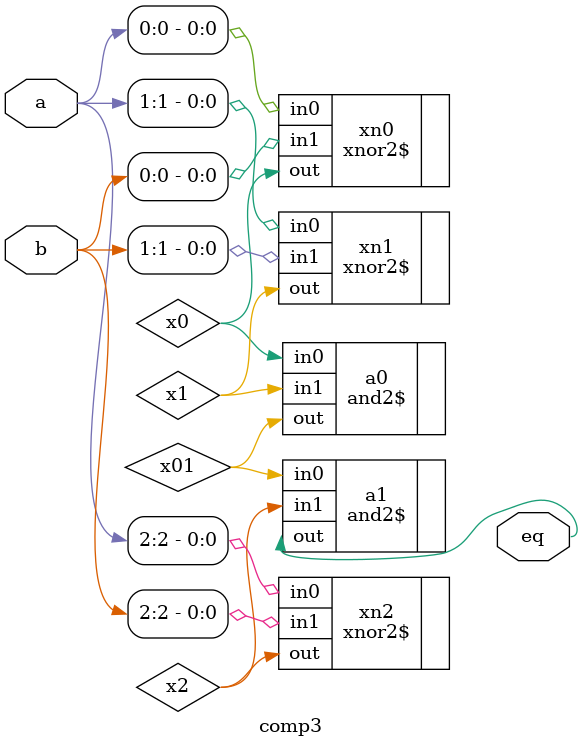
<source format=v>
module comp3(
    input [2:0] a,
    input [2:0] b,
    output eq
);
    wire x0, x1, x2;
    xnor2$ xn0(.out(x0), .in0(a[0]), .in1(b[0]));
    xnor2$ xn1(.out(x1), .in0(a[1]), .in1(b[1]));
    xnor2$ xn2(.out(x2), .in0(a[2]), .in1(b[2]));
    
    wire x01;
    and2$ a0(.out(x01), .in0(x0), .in1(x1));
    and2$ a1(.out(eq),  .in0(x01), .in1(x2)); // Direct match output
endmodule
</source>
